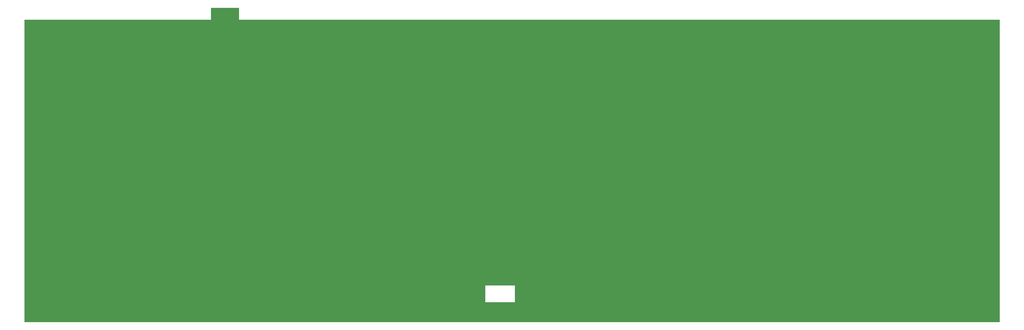
<source format=gbr>
G04 #@! TF.GenerationSoftware,KiCad,Pcbnew,(5.1.4)-1*
G04 #@! TF.CreationDate,2020-03-13T18:53:56+08:00*
G04 #@! TF.ProjectId,Wete,57657465-2e6b-4696-9361-645f70636258,rev?*
G04 #@! TF.SameCoordinates,Original*
G04 #@! TF.FileFunction,Legend,Top*
G04 #@! TF.FilePolarity,Positive*
%FSLAX46Y46*%
G04 Gerber Fmt 4.6, Leading zero omitted, Abs format (unit mm)*
G04 Created by KiCad (PCBNEW (5.1.4)-1) date 2020-03-13 18:53:56*
%MOMM*%
%LPD*%
G04 APERTURE LIST*
%ADD10C,0.100000*%
%ADD11C,0.120000*%
G04 APERTURE END LIST*
D10*
G36*
X74612500Y9921875D02*
G01*
X377428125Y9921875D01*
X377428125Y-96043750D01*
X-10715625Y-96043750D01*
X-10715625Y9921875D01*
X63500000Y9921875D01*
X63500000Y14684375D01*
X74612500Y14684375D01*
X74612500Y9921875D01*
G37*
X74612500Y9921875D02*
X377428125Y9921875D01*
X377428125Y-96043750D01*
X-10715625Y-96043750D01*
X-10715625Y9921875D01*
X63500000Y9921875D01*
X63500000Y14684375D01*
X74612500Y14684375D01*
X74612500Y9921875D01*
G36*
X184546875Y-110728125D02*
G01*
X172640625Y-110728125D01*
X172640625Y-102790625D01*
X184546875Y-102790625D01*
X184546875Y-110728125D01*
G37*
X184546875Y-110728125D02*
X172640625Y-110728125D01*
X172640625Y-102790625D01*
X184546875Y-102790625D01*
X184546875Y-110728125D01*
G36*
X377428125Y-110728125D02*
G01*
X184546875Y-110728125D01*
X184546875Y-96043750D01*
X377428125Y-96043750D01*
X377428125Y-110728125D01*
G37*
X377428125Y-110728125D02*
X184546875Y-110728125D01*
X184546875Y-96043750D01*
X377428125Y-96043750D01*
X377428125Y-110728125D01*
G36*
X172640625Y-110728125D02*
G01*
X-10715625Y-110728125D01*
X-10715625Y-96043750D01*
X172640625Y-96043750D01*
X172640625Y-110728125D01*
G37*
X172640625Y-110728125D02*
X-10715625Y-110728125D01*
X-10715625Y-96043750D01*
X172640625Y-96043750D01*
X172640625Y-110728125D01*
D11*
X353905625Y-3682500D02*
X353905625Y-3526500D01*
X353905625Y-5998500D02*
X353905625Y-5842500D01*
X351304495Y-3682663D02*
G75*
G02X353386586Y-3682500I1041130J-1079837D01*
G01*
X351304495Y-5842337D02*
G75*
G03X353386586Y-5842500I1041130J1079837D01*
G01*
X350673290Y-3683892D02*
G75*
G02X353905625Y-3526984I1672335J-1078608D01*
G01*
X350673290Y-5841108D02*
G75*
G03X353905625Y-5998016I1672335J1078608D01*
G01*
X353905625Y1080000D02*
X353905625Y1236000D01*
X353905625Y-1236000D02*
X353905625Y-1080000D01*
X351304495Y1079837D02*
G75*
G02X353386586Y1080000I1041130J-1079837D01*
G01*
X351304495Y-1079837D02*
G75*
G03X353386586Y-1080000I1041130J1079837D01*
G01*
X350673290Y1078608D02*
G75*
G02X353905625Y1235516I1672335J-1078608D01*
G01*
X350673290Y-1078608D02*
G75*
G03X353905625Y-1235516I1672335J1078608D01*
G01*
X353905625Y5842500D02*
X353905625Y5998500D01*
X353905625Y3526500D02*
X353905625Y3682500D01*
X351304495Y5842337D02*
G75*
G02X353386586Y5842500I1041130J-1079837D01*
G01*
X351304495Y3682663D02*
G75*
G03X353386586Y3682500I1041130J1079837D01*
G01*
X350673290Y5841108D02*
G75*
G02X353905625Y5998016I1672335J-1078608D01*
G01*
X350673290Y3683892D02*
G75*
G03X353905625Y3526984I1672335J1078608D01*
G01*
M02*

</source>
